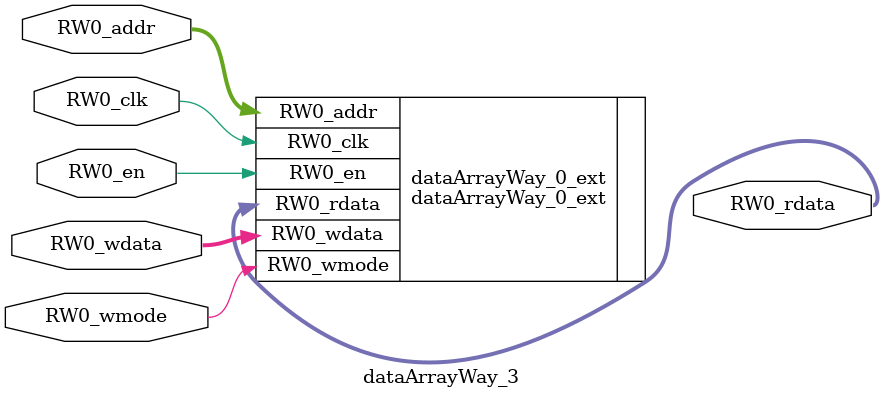
<source format=sv>
`ifndef RANDOMIZE
  `ifdef RANDOMIZE_REG_INIT
    `define RANDOMIZE
  `endif // RANDOMIZE_REG_INIT
`endif // not def RANDOMIZE
`ifndef RANDOMIZE
  `ifdef RANDOMIZE_MEM_INIT
    `define RANDOMIZE
  `endif // RANDOMIZE_MEM_INIT
`endif // not def RANDOMIZE

`ifndef RANDOM
  `define RANDOM $random
`endif // not def RANDOM

// Users can define 'PRINTF_COND' to add an extra gate to prints.
`ifndef PRINTF_COND_
  `ifdef PRINTF_COND
    `define PRINTF_COND_ (`PRINTF_COND)
  `else  // PRINTF_COND
    `define PRINTF_COND_ 1
  `endif // PRINTF_COND
`endif // not def PRINTF_COND_

// Users can define 'ASSERT_VERBOSE_COND' to add an extra gate to assert error printing.
`ifndef ASSERT_VERBOSE_COND_
  `ifdef ASSERT_VERBOSE_COND
    `define ASSERT_VERBOSE_COND_ (`ASSERT_VERBOSE_COND)
  `else  // ASSERT_VERBOSE_COND
    `define ASSERT_VERBOSE_COND_ 1
  `endif // ASSERT_VERBOSE_COND
`endif // not def ASSERT_VERBOSE_COND_

// Users can define 'STOP_COND' to add an extra gate to stop conditions.
`ifndef STOP_COND_
  `ifdef STOP_COND
    `define STOP_COND_ (`STOP_COND)
  `else  // STOP_COND
    `define STOP_COND_ 1
  `endif // STOP_COND
`endif // not def STOP_COND_

// Users can define INIT_RANDOM as general code that gets injected into the
// initializer block for modules with registers.
`ifndef INIT_RANDOM
  `define INIT_RANDOM
`endif // not def INIT_RANDOM

// If using random initialization, you can also define RANDOMIZE_DELAY to
// customize the delay used, otherwise 0.002 is used.
`ifndef RANDOMIZE_DELAY
  `define RANDOMIZE_DELAY 0.002
`endif // not def RANDOMIZE_DELAY

// Define INIT_RANDOM_PROLOG_ for use in our modules below.
`ifndef INIT_RANDOM_PROLOG_
  `ifdef RANDOMIZE
    `ifdef VERILATOR
      `define INIT_RANDOM_PROLOG_ `INIT_RANDOM
    `else  // VERILATOR
      `define INIT_RANDOM_PROLOG_ `INIT_RANDOM #`RANDOMIZE_DELAY begin end
    `endif // VERILATOR
  `else  // RANDOMIZE
    `define INIT_RANDOM_PROLOG_
  `endif // RANDOMIZE
`endif // not def INIT_RANDOM_PROLOG_

module dataArrayWay_3(	// @[DescribedSRAM.scala:17:26]
  input  [8:0]  RW0_addr,
  input         RW0_en,
                RW0_clk,
                RW0_wmode,
  input  [63:0] RW0_wdata,
  output [63:0] RW0_rdata
);

  dataArrayWay_0_ext dataArrayWay_0_ext (	// @[DescribedSRAM.scala:17:26]
    .RW0_addr  (RW0_addr),
    .RW0_en    (RW0_en),
    .RW0_clk   (RW0_clk),
    .RW0_wmode (RW0_wmode),
    .RW0_wdata (RW0_wdata),
    .RW0_rdata (RW0_rdata)
  );
endmodule


</source>
